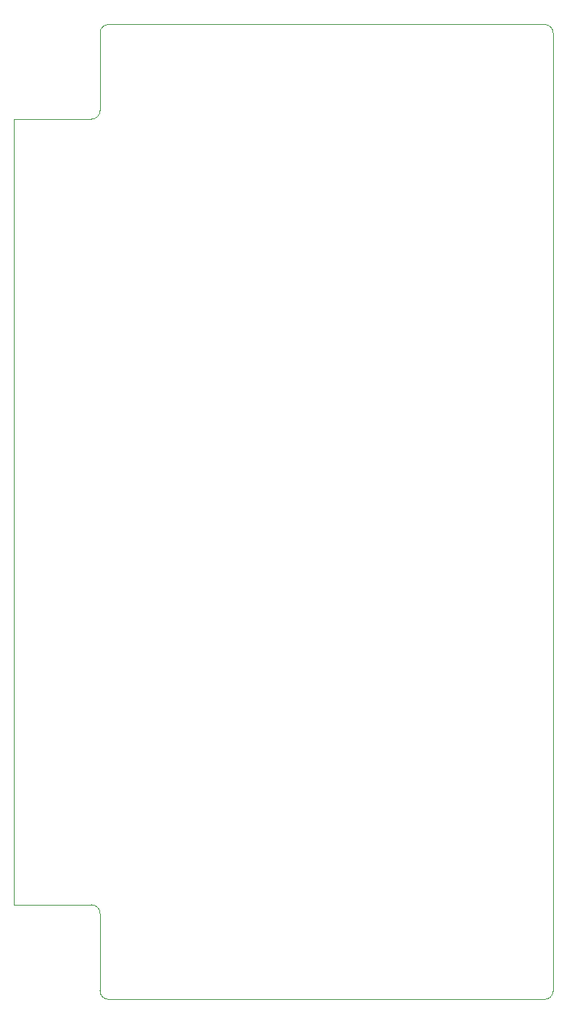
<source format=gbr>
%TF.GenerationSoftware,KiCad,Pcbnew,9.0.3*%
%TF.CreationDate,2025-08-13T21:30:13+02:00*%
%TF.ProjectId,app-mtu-adapter,6170702d-6d74-4752-9d61-646170746572,rev?*%
%TF.SameCoordinates,Original*%
%TF.FileFunction,Profile,NP*%
%FSLAX46Y46*%
G04 Gerber Fmt 4.6, Leading zero omitted, Abs format (unit mm)*
G04 Created by KiCad (PCBNEW 9.0.3) date 2025-08-13 21:30:13*
%MOMM*%
%LPD*%
G01*
G04 APERTURE LIST*
%TA.AperFunction,Profile*%
%ADD10C,0.050000*%
%TD*%
G04 APERTURE END LIST*
D10*
X115810000Y-41340000D02*
X115810000Y-50310000D01*
X115810000Y-50310000D02*
G75*
G02*
X114810000Y-51310000I-1000000J0D01*
G01*
X115810000Y-41340000D02*
G75*
G02*
X116810000Y-40340000I1000000J0D01*
G01*
X114810000Y-142310000D02*
X105810000Y-142310000D01*
X115810000Y-152280000D02*
X115810000Y-143310000D01*
X116810000Y-153280000D02*
G75*
G02*
X115810000Y-152280000I0J1000000D01*
G01*
X105810000Y-51310000D02*
X114810000Y-51310000D01*
X105810000Y-142310000D02*
X105810000Y-51310000D01*
X114810000Y-142310000D02*
G75*
G02*
X115810000Y-143310000I0J-1000000D01*
G01*
X167320000Y-153280000D02*
X116810000Y-153280000D01*
X116810000Y-40340000D02*
X167320000Y-40340000D01*
X168320000Y-152280000D02*
G75*
G02*
X167320000Y-153280000I-1000000J0D01*
G01*
X168320000Y-41340000D02*
X168320000Y-152280000D01*
X167320000Y-40340000D02*
G75*
G02*
X168320000Y-41340000I0J-1000000D01*
G01*
M02*

</source>
